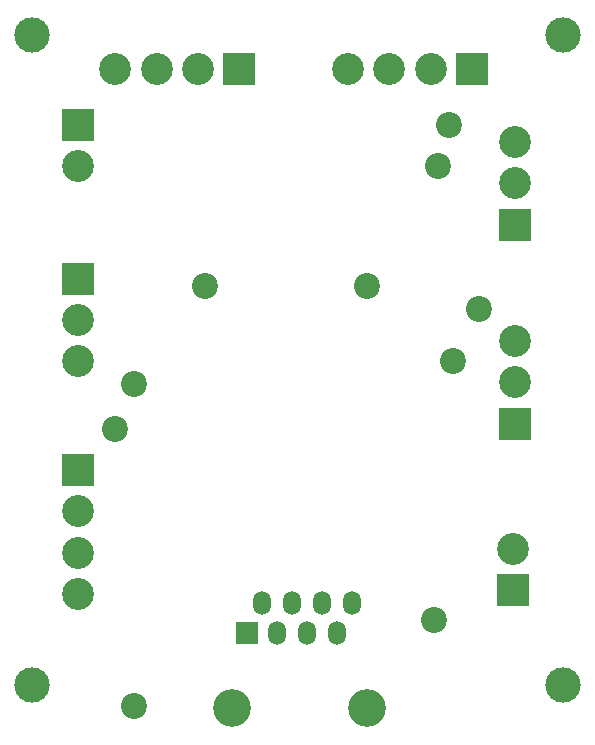
<source format=gbs>
G04 DipTrace 3.3.1.1*
G04 Adapterboard.gbs*
%MOIN*%
G04 #@! TF.FileFunction,Soldermask,Bot*
G04 #@! TF.Part,Single*
%ADD23O,0.059055X0.07874*%
%ADD24R,0.074X0.074*%
%ADD36C,0.125984*%
%ADD37C,0.11811*%
%ADD48C,0.08662*%
%ADD56R,0.106305X0.106305*%
%ADD58C,0.106305*%
%FSLAX26Y26*%
G04*
G70*
G90*
G75*
G01*
G04 BotMask*
%LPD*%
D23*
X1262367Y468701D3*
X1212367Y368701D3*
X1162367Y468701D3*
X1062367D3*
X962367D3*
X1112367Y368701D3*
X1012367D3*
D24*
X912367D3*
D36*
X862367Y118701D3*
X1312367D3*
D58*
X350000Y1925000D3*
D56*
Y2062795D3*
D58*
Y1275000D3*
Y1412795D3*
D56*
Y1550591D3*
D58*
X1806060Y2006042D3*
Y1868247D3*
D56*
Y1730451D3*
D58*
X1800000Y650000D3*
D56*
Y512205D3*
D58*
X350000Y500000D3*
Y637795D3*
Y775591D3*
D56*
Y913386D3*
D58*
X1250000Y2250000D3*
X1387795D3*
X1525591D3*
D56*
X1663386D3*
D58*
X475000D3*
X612795D3*
X750591D3*
D56*
X888386D3*
D58*
X1806060Y1343612D3*
Y1205816D3*
D56*
Y1068021D3*
D48*
X1537500Y412500D3*
X475000Y1050000D3*
X537500Y1200000D3*
X1600000Y1275000D3*
X1687500Y1450000D3*
X1587500Y2062500D3*
X1550000Y1925000D3*
X537500Y125000D3*
X1312500Y1525000D3*
X775000D3*
D37*
X196850Y2362205D3*
X1968504D3*
Y196850D3*
X196850D3*
M02*

</source>
